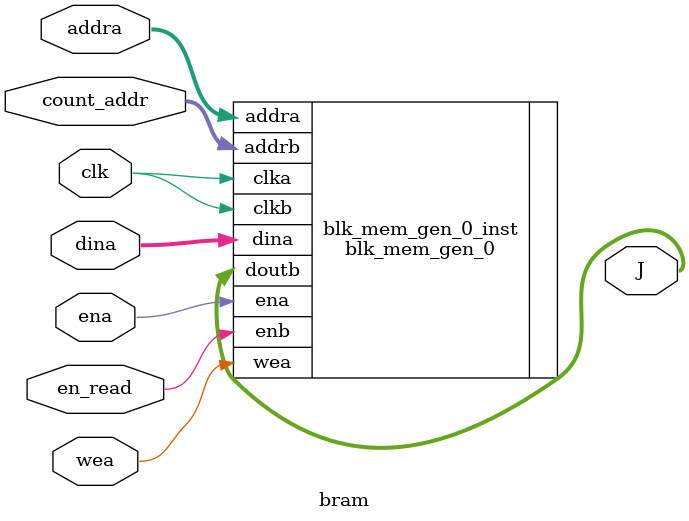
<source format=sv>
`timescale 1ns/1ps

module bram #(
    parameter WIDTH = 4
)
(   
    output [WIDTH-1:0] J,
    input [19:0] count_addr,
    input [WIDTH-1:0] dina,
    input clk,
    input ena,
    input wea,
    input [19:0] addra,
    input en_read
);

    blk_mem_gen_0 #()
        blk_mem_gen_0_inst (
            .clka  (clk),
            .ena   (ena),
            .wea   (wea),
            .addra (addra),
            .dina  (dina),
            .clkb  (clk),
            .enb   (en_read),
            .addrb (count_addr),
            .doutb (J)
        );

endmodule
</source>
